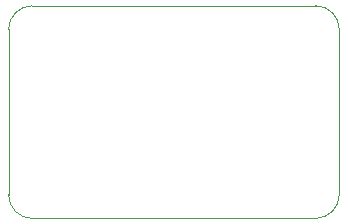
<source format=gbr>
%TF.GenerationSoftware,KiCad,Pcbnew,(5.1.12)-1*%
%TF.CreationDate,2022-03-16T22:40:05-06:00*%
%TF.ProjectId,RelayDriver,52656c61-7944-4726-9976-65722e6b6963,rev?*%
%TF.SameCoordinates,Original*%
%TF.FileFunction,Profile,NP*%
%FSLAX46Y46*%
G04 Gerber Fmt 4.6, Leading zero omitted, Abs format (unit mm)*
G04 Created by KiCad (PCBNEW (5.1.12)-1) date 2022-03-16 22:40:05*
%MOMM*%
%LPD*%
G01*
G04 APERTURE LIST*
%TA.AperFunction,Profile*%
%ADD10C,0.050000*%
%TD*%
G04 APERTURE END LIST*
D10*
X85000000Y-68000000D02*
G75*
G03*
X87000000Y-66000000I0J2000000D01*
G01*
X59000000Y-66000000D02*
G75*
G03*
X61000000Y-68000000I2000000J0D01*
G01*
X61000000Y-50000000D02*
G75*
G03*
X59000000Y-52000000I0J-2000000D01*
G01*
X87000000Y-52000000D02*
G75*
G03*
X85000000Y-50000000I-2000000J0D01*
G01*
X85000000Y-68000000D02*
X61000000Y-68000000D01*
X59000000Y-52000000D02*
X59000000Y-66000000D01*
X85000000Y-50000000D02*
X61000000Y-50000000D01*
X87000000Y-52000000D02*
X87000000Y-66000000D01*
M02*

</source>
